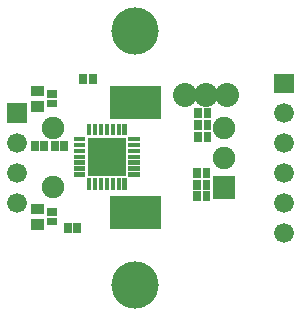
<source format=gbr>
G04 start of page 13 for group -4062 idx -4062 *
G04 Title: (unknown), soldermask *
G04 Creator: pcb 20110918 *
G04 CreationDate: Mon 28 Oct 2013 08:12:09 PM GMT UTC *
G04 For: tszabo *
G04 Format: Gerber/RS-274X *
G04 PCB-Dimensions: 157480 125984 *
G04 PCB-Coordinate-Origin: lower left *
%MOIN*%
%FSLAX25Y25*%
%LNBOTTOMMASK*%
%ADD126R,0.1102X0.1102*%
%ADD125C,0.0800*%
%ADD124R,0.0140X0.0140*%
%ADD123R,0.0355X0.0355*%
%ADD122R,0.0257X0.0257*%
%ADD121C,0.0748*%
%ADD120C,0.0660*%
%ADD119C,0.0001*%
%ADD118C,0.1575*%
G54D118*X94488Y20669D03*
Y105315D03*
G54D119*G36*
X51817Y81213D02*Y74613D01*
X58417D01*
Y81213D01*
X51817D01*
G37*
G54D120*X55117Y67913D03*
Y57913D03*
Y47913D03*
G54D121*X66929Y53149D03*
Y72835D03*
G54D119*G36*
X140794Y91095D02*Y84495D01*
X147394D01*
Y91095D01*
X140794D01*
G37*
G54D120*X144094Y77795D03*
Y67795D03*
Y57795D03*
Y47795D03*
Y37795D03*
G54D119*G36*
X120276Y56889D02*Y49409D01*
X127756D01*
Y56889D01*
X120276D01*
G37*
G54D121*X124016Y62992D03*
Y72835D03*
G54D122*X72048Y40157D02*Y39371D01*
G54D123*X61456Y40801D02*X62440D01*
X61456Y45919D02*X62440D01*
G54D122*X66475Y41786D02*X67261D01*
X66475Y44934D02*X67261D01*
X64172Y67322D02*Y66536D01*
X61024Y67322D02*Y66536D01*
X70865Y67322D02*Y66536D01*
X67717Y67322D02*Y66536D01*
X75196Y40157D02*Y39371D01*
G54D124*X74764Y57481D02*X77205D01*
X74764Y59449D02*X77205D01*
X74764Y61418D02*X77205D01*
X74764Y63386D02*X77205D01*
X74764Y65354D02*X77205D01*
X74764Y67323D02*X77205D01*
X74764Y69291D02*X77205D01*
X79134Y73661D02*Y71220D01*
Y55552D02*Y53111D01*
G54D122*X118626Y74257D02*Y73471D01*
X115478Y74257D02*Y73471D01*
Y70321D02*Y69535D01*
X118626Y70321D02*Y69535D01*
Y78193D02*Y77407D01*
G54D125*X125197Y83858D03*
X118110D03*
G54D122*X115478Y78193D02*Y77407D01*
G54D123*X61456Y80161D02*X62440D01*
X61456Y85279D02*X62440D01*
G54D125*X111024Y83858D03*
G54D122*X66475Y81146D02*X67261D01*
X66475Y84294D02*X67261D01*
X80314Y89762D02*Y88976D01*
X77166Y89762D02*Y88976D01*
G54D124*X81102Y73661D02*Y71220D01*
X83071Y73661D02*Y71220D01*
X85039Y73661D02*Y71220D01*
X87007Y73661D02*Y71220D01*
G54D126*X91535Y81299D02*X97441D01*
G54D122*X118295Y54458D02*Y53672D01*
X115147Y54458D02*Y53672D01*
Y50528D02*Y49742D01*
X118295Y50528D02*Y49742D01*
X115147Y58388D02*Y57602D01*
X118295Y58388D02*Y57602D01*
G54D124*X88976Y73661D02*Y71220D01*
X90944Y73661D02*Y71220D01*
X92873Y69291D02*X95314D01*
X92873Y67323D02*X95314D01*
X92873Y65354D02*X95314D01*
X92873Y63386D02*X95314D01*
X92873Y61418D02*X95314D01*
X92873Y59449D02*X95314D01*
G54D119*G36*
X78737Y69688D02*Y57084D01*
X91341D01*
Y69688D01*
X78737D01*
G37*
G54D124*X92873Y57481D02*X95314D01*
X90944Y55552D02*Y53111D01*
X88976Y55552D02*Y53111D01*
X87007Y55552D02*Y53111D01*
X85039Y55552D02*Y53111D01*
X83071Y55552D02*Y53111D01*
X81102Y55552D02*Y53111D01*
G54D126*X91535Y44685D02*X97441D01*
M02*

</source>
